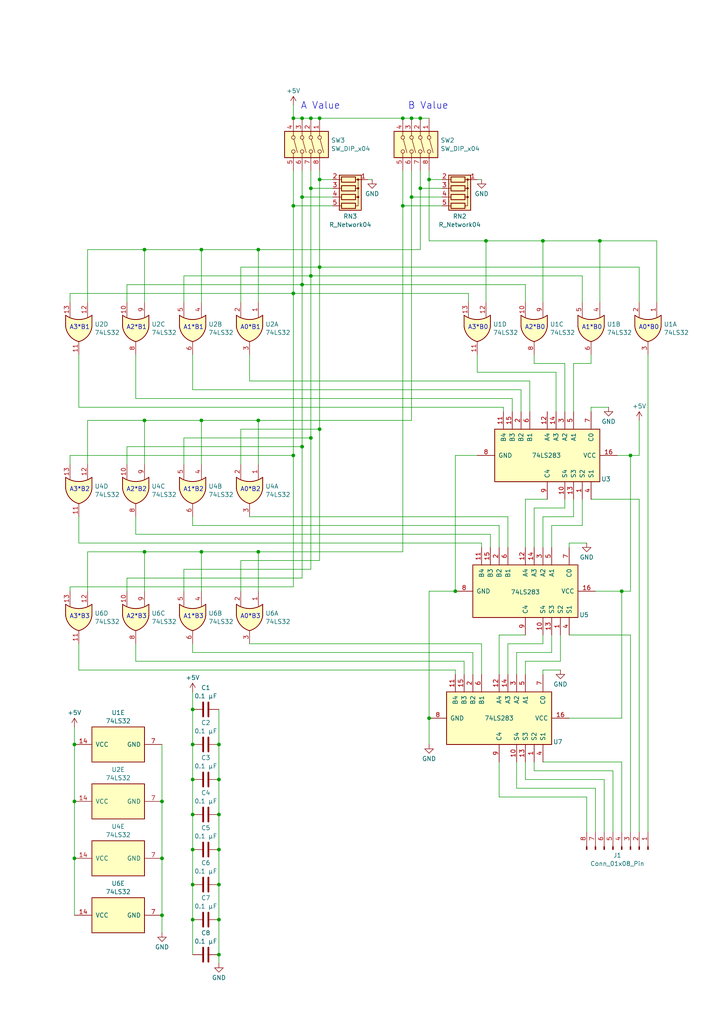
<source format=kicad_sch>
(kicad_sch (version 20250114) (generator "eeschema") (generator_version "9.0")
  (paper "A4" portrait)
  (title_block (title "4-Bit Multiplier Demo"))
  (lib_symbols
    (symbol "74xx:74LS283" (pin_names (offset 1.016))
      (property "Reference" "U" (at -7.62 16.51 0))
      (property "Value" "74LS283" (at -7.62 -16.51 0))
      (symbol "74LS283_1_0"
        (pin input line (at -12.7 12.7 0) (length 5.08) (name "C0") (number "7"))
        (pin input line (at -12.7 7.62 0) (length 5.08) (name "A1") (number "5"))
        (pin input line (at -12.7 5.08 0) (length 5.08) (name "A2") (number "3"))
        (pin input line (at -12.7 2.54 0) (length 5.08) (name "A3") (number "14"))
        (pin input line (at -12.7 0 0) (length 5.08) (name "A4") (number "12"))
        (pin input line (at -12.7 -5.08 0) (length 5.08) (name "B1") (number "6"))
        (pin input line (at -12.7 -7.62 0) (length 5.08) (name "B2") (number "2"))
        (pin input line (at -12.7 -10.16 0) (length 5.08) (name "B3") (number "15"))
        (pin input line (at -12.7 -12.7 0) (length 5.08) (name "B4") (number "11"))
        (pin power_in line (at 0 20.32 270) (length 5.08) (name "VCC") (number "16"))
        (pin power_in line (at 0 -20.32 90) (length 5.08) (name "GND") (number "8"))
        (pin output line (at 12.7 12.7 180) (length 5.08) (name "S1") (number "4"))
        (pin output line (at 12.7 10.16 180) (length 5.08) (name "S2") (number "1"))
        (pin output line (at 12.7 7.62 180) (length 5.08) (name "S3") (number "13"))
        (pin output line (at 12.7 5.08 180) (length 5.08) (name "S4") (number "10"))
        (pin output line (at 12.7 0 180) (length 5.08) (name "C4") (number "9"))
      )
      (symbol "74LS283_1_1"
        (rectangle (start -7.62 15.24) (end 7.62 -15.24) (stroke (width 0.254)) (fill (type background)))
      )
    )
    (symbol "74xx:74LS32" (pin_names (offset 1.016))
      (property "Reference" "U" (at 0 1.27 0))
      (property "Value" "74LS32" (at 0 -1.27 0))
      (symbol "74LS32_1_1"
        (arc (start -3.81 3.81) (mid -2.589 0) (end -3.81 -3.81) (stroke (width 0.254)))
        (polyline (pts (xy -3.81 3.81) (xy -0.635 3.81)) (stroke (width 0.254)) (fill (type background)))
        (polyline (pts (xy -3.81 -3.81) (xy -0.635 -3.81)) (stroke (width 0.254)) (fill (type background)))
        (arc (start 3.81 0) (mid 2.1855 -2.584) (end -0.6096 -3.81) (stroke (width 0.254)) (fill (type background)))
        (arc (start -0.6096 3.81) (mid 2.1928 2.5924) (end 3.81 0) (stroke (width 0.254)) (fill (type background)))
        (polyline (pts (xy -0.635 3.81) (xy -3.81 3.81) (xy -3.81 3.81) (xy -3.556 3.4036) (xy -3.0226 2.2606) (xy -2.6924 1.0414) (xy -2.6162 -0.254) (xy -2.7686 -1.4986) (xy -3.175 -2.7178) (xy -3.81 -3.81) (xy -3.81 -3.81) (xy -0.635 -3.81)) (stroke (width -25.4)) (fill (type background)))
        (pin input line (at -7.62 2.54 0) (length 4.318) (name "~") (number "1"))
        (pin input line (at -7.62 -2.54 0) (length 4.318) (name "~") (number "2"))
        (pin output line (at 7.62 0 180) (length 3.81) (name "~") (number "3"))
      )
      (symbol "74LS32_1_2"
        (arc (start 0 3.81) (mid 3.7934 0) (end 0 -3.81) (stroke (width 0.254)) (fill (type background)))
        (polyline (pts (xy 0 3.81) (xy -3.81 3.81) (xy -3.81 -3.81) (xy 0 -3.81)) (stroke (width 0.254)) (fill (type background)))
        (pin input inverted (at -7.62 2.54 0) (length 3.81) (name "~") (number "1"))
        (pin input inverted (at -7.62 -2.54 0) (length 3.81) (name "~") (number "2"))
        (pin output inverted (at 7.62 0 180) (length 3.81) (name "~") (number "3"))
      )
      (symbol "74LS32_2_1"
        (arc (start -3.81 3.81) (mid -2.589 0) (end -3.81 -3.81) (stroke (width 0.254)))
        (polyline (pts (xy -3.81 3.81) (xy -0.635 3.81)) (stroke (width 0.254)) (fill (type background)))
        (polyline (pts (xy -3.81 -3.81) (xy -0.635 -3.81)) (stroke (width 0.254)) (fill (type background)))
        (arc (start 3.81 0) (mid 2.1855 -2.584) (end -0.6096 -3.81) (stroke (width 0.254)) (fill (type background)))
        (arc (start -0.6096 3.81) (mid 2.1928 2.5924) (end 3.81 0) (stroke (width 0.254)) (fill (type background)))
        (polyline (pts (xy -0.635 3.81) (xy -3.81 3.81) (xy -3.81 3.81) (xy -3.556 3.4036) (xy -3.0226 2.2606) (xy -2.6924 1.0414) (xy -2.6162 -0.254) (xy -2.7686 -1.4986) (xy -3.175 -2.7178) (xy -3.81 -3.81) (xy -3.81 -3.81) (xy -0.635 -3.81)) (stroke (width -25.4)) (fill (type background)))
        (pin input line (at -7.62 2.54 0) (length 4.318) (name "~") (number "4"))
        (pin input line (at -7.62 -2.54 0) (length 4.318) (name "~") (number "5"))
        (pin output line (at 7.62 0 180) (length 3.81) (name "~") (number "6"))
      )
      (symbol "74LS32_2_2"
        (arc (start 0 3.81) (mid 3.7934 0) (end 0 -3.81) (stroke (width 0.254)) (fill (type background)))
        (polyline (pts (xy 0 3.81) (xy -3.81 3.81) (xy -3.81 -3.81) (xy 0 -3.81)) (stroke (width 0.254)) (fill (type background)))
        (pin input inverted (at -7.62 2.54 0) (length 3.81) (name "~") (number "4"))
        (pin input inverted (at -7.62 -2.54 0) (length 3.81) (name "~") (number "5"))
        (pin output inverted (at 7.62 0 180) (length 3.81) (name "~") (number "6"))
      )
      (symbol "74LS32_3_1"
        (arc (start -3.81 3.81) (mid -2.589 0) (end -3.81 -3.81) (stroke (width 0.254)))
        (polyline (pts (xy -3.81 3.81) (xy -0.635 3.81)) (stroke (width 0.254)) (fill (type background)))
        (polyline (pts (xy -3.81 -3.81) (xy -0.635 -3.81)) (stroke (width 0.254)) (fill (type background)))
        (arc (start 3.81 0) (mid 2.1855 -2.584) (end -0.6096 -3.81) (stroke (width 0.254)) (fill (type background)))
        (arc (start -0.6096 3.81) (mid 2.1928 2.5924) (end 3.81 0) (stroke (width 0.254)) (fill (type background)))
        (polyline (pts (xy -0.635 3.81) (xy -3.81 3.81) (xy -3.81 3.81) (xy -3.556 3.4036) (xy -3.0226 2.2606) (xy -2.6924 1.0414) (xy -2.6162 -0.254) (xy -2.7686 -1.4986) (xy -3.175 -2.7178) (xy -3.81 -3.81) (xy -3.81 -3.81) (xy -0.635 -3.81)) (stroke (width -25.4)) (fill (type background)))
        (pin input line (at -7.62 2.54 0) (length 4.318) (name "~") (number "9"))
        (pin input line (at -7.62 -2.54 0) (length 4.318) (name "~") (number "10"))
        (pin output line (at 7.62 0 180) (length 3.81) (name "~") (number "8"))
      )
      (symbol "74LS32_3_2"
        (arc (start 0 3.81) (mid 3.7934 0) (end 0 -3.81) (stroke (width 0.254)) (fill (type background)))
        (polyline (pts (xy 0 3.81) (xy -3.81 3.81) (xy -3.81 -3.81) (xy 0 -3.81)) (stroke (width 0.254)) (fill (type background)))
        (pin input inverted (at -7.62 2.54 0) (length 3.81) (name "~") (number "9"))
        (pin input inverted (at -7.62 -2.54 0) (length 3.81) (name "~") (number "10"))
        (pin output inverted (at 7.62 0 180) (length 3.81) (name "~") (number "8"))
      )
      (symbol "74LS32_4_1"
        (arc (start -3.81 3.81) (mid -2.589 0) (end -3.81 -3.81) (stroke (width 0.254)))
        (polyline (pts (xy -3.81 3.81) (xy -0.635 3.81)) (stroke (width 0.254)) (fill (type background)))
        (polyline (pts (xy -3.81 -3.81) (xy -0.635 -3.81)) (stroke (width 0.254)) (fill (type background)))
        (arc (start 3.81 0) (mid 2.1855 -2.584) (end -0.6096 -3.81) (stroke (width 0.254)) (fill (type background)))
        (arc (start -0.6096 3.81) (mid 2.1928 2.5924) (end 3.81 0) (stroke (width 0.254)) (fill (type background)))
        (polyline (pts (xy -0.635 3.81) (xy -3.81 3.81) (xy -3.81 3.81) (xy -3.556 3.4036) (xy -3.0226 2.2606) (xy -2.6924 1.0414) (xy -2.6162 -0.254) (xy -2.7686 -1.4986) (xy -3.175 -2.7178) (xy -3.81 -3.81) (xy -3.81 -3.81) (xy -0.635 -3.81)) (stroke (width -25.4)) (fill (type background)))
        (pin input line (at -7.62 2.54 0) (length 4.318) (name "~") (number "12"))
        (pin input line (at -7.62 -2.54 0) (length 4.318) (name "~") (number "13"))
        (pin output line (at 7.62 0 180) (length 3.81) (name "~") (number "11"))
      )
      (symbol "74LS32_4_2"
        (arc (start 0 3.81) (mid 3.7934 0) (end 0 -3.81) (stroke (width 0.254)) (fill (type background)))
        (polyline (pts (xy 0 3.81) (xy -3.81 3.81) (xy -3.81 -3.81) (xy 0 -3.81)) (stroke (width 0.254)) (fill (type background)))
        (pin input inverted (at -7.62 2.54 0) (length 3.81) (name "~") (number "12"))
        (pin input inverted (at -7.62 -2.54 0) (length 3.81) (name "~") (number "13"))
        (pin output inverted (at 7.62 0 180) (length 3.81) (name "~") (number "11"))
      )
      (symbol "74LS32_5_0"
        (pin power_in line (at 0 12.7 270) (length 5.08) (name "VCC") (number "14"))
        (pin power_in line (at 0 -12.7 90) (length 5.08) (name "GND") (number "7"))
      )
      (symbol "74LS32_5_1"
        (rectangle (start -5.08 7.62) (end 5.08 -7.62) (stroke (width 0.254)) (fill (type background)))
      )
    )
    (symbol "Connector:Conn_01x08_Pin" (pin_names (offset 1.016) (hide yes))
      (property "Reference" "J" (at 0 10.16 0))
      (property "Value" "Conn_01x08_Pin" (at 0 -12.7 0))
      (symbol "Conn_01x08_Pin_1_1"
        (rectangle (start 0.8636 7.747) (end 0 7.493) (stroke (width 0.1524)) (fill (type outline)))
        (rectangle (start 0.8636 5.207) (end 0 4.953) (stroke (width 0.1524)) (fill (type outline)))
        (rectangle (start 0.8636 2.667) (end 0 2.413) (stroke (width 0.1524)) (fill (type outline)))
        (rectangle (start 0.8636 0.127) (end 0 -0.127) (stroke (width 0.1524)) (fill (type outline)))
        (rectangle (start 0.8636 -2.413) (end 0 -2.667) (stroke (width 0.1524)) (fill (type outline)))
        (rectangle (start 0.8636 -4.953) (end 0 -5.207) (stroke (width 0.1524)) (fill (type outline)))
        (rectangle (start 0.8636 -7.493) (end 0 -7.747) (stroke (width 0.1524)) (fill (type outline)))
        (rectangle (start 0.8636 -10.033) (end 0 -10.287) (stroke (width 0.1524)) (fill (type outline)))
        (polyline (pts (xy 1.27 7.62) (xy 0.8636 7.62)) (stroke (width 0.1524)))
        (polyline (pts (xy 1.27 5.08) (xy 0.8636 5.08)) (stroke (width 0.1524)))
        (polyline (pts (xy 1.27 2.54) (xy 0.8636 2.54)) (stroke (width 0.1524)))
        (polyline (pts (xy 1.27 0) (xy 0.8636 0)) (stroke (width 0.1524)))
        (polyline (pts (xy 1.27 -2.54) (xy 0.8636 -2.54)) (stroke (width 0.1524)))
        (polyline (pts (xy 1.27 -5.08) (xy 0.8636 -5.08)) (stroke (width 0.1524)))
        (polyline (pts (xy 1.27 -7.62) (xy 0.8636 -7.62)) (stroke (width 0.1524)))
        (polyline (pts (xy 1.27 -10.16) (xy 0.8636 -10.16)) (stroke (width 0.1524)))
        (pin passive line (at 5.08 7.62 180) (length 3.81) (name "Pin_1") (number "1"))
        (pin passive line (at 5.08 5.08 180) (length 3.81) (name "Pin_2") (number "2"))
        (pin passive line (at 5.08 2.54 180) (length 3.81) (name "Pin_3") (number "3"))
        (pin passive line (at 5.08 0 180) (length 3.81) (name "Pin_4") (number "4"))
        (pin passive line (at 5.08 -2.54 180) (length 3.81) (name "Pin_5") (number "5"))
        (pin passive line (at 5.08 -5.08 180) (length 3.81) (name "Pin_6") (number "6"))
        (pin passive line (at 5.08 -7.62 180) (length 3.81) (name "Pin_7") (number "7"))
        (pin passive line (at 5.08 -10.16 180) (length 3.81) (name "Pin_8") (number "8"))
      )
    )
    (symbol "Device:C" (pin_numbers (hide yes)) (pin_names (offset 0.254))
      (property "Reference" "C" (at 0.635 2.54 0))
      (property "Value" "C" (at 0.635 -2.54 0))
      (symbol "C_0_1"
        (polyline (pts (xy -2.032 0.762) (xy 2.032 0.762)) (stroke (width 0.508)))
        (polyline (pts (xy -2.032 -0.762) (xy 2.032 -0.762)) (stroke (width 0.508)))
      )
      (symbol "C_1_1"
        (pin passive line (at 0 3.81 270) (length 2.794) (name "~") (number "1"))
        (pin passive line (at 0 -3.81 90) (length 2.794) (name "~") (number "2"))
      )
    )
    (symbol "Device:R_Network04" (pin_names (offset 0) (hide yes))
      (property "Reference" "RN" (at -7.62 0 90))
      (property "Value" "R_Network04" (at 5.08 0 90))
      (symbol "R_Network04_0_1"
        (rectangle (start -6.35 -3.175) (end 3.81 3.175) (stroke (width 0.254)) (fill (type background)))
        (rectangle (start -5.842 1.524) (end -4.318 -2.54) (stroke (width 0.254)))
        (circle (center -5.08 2.286) (radius 0.254) (fill (type outline)))
        (polyline (pts (xy -5.08 1.524) (xy -5.08 2.286) (xy -2.54 2.286) (xy -2.54 1.524)))
        (polyline (pts (xy -5.08 -2.54) (xy -5.08 -3.81)))
        (rectangle (start -3.302 1.524) (end -1.778 -2.54) (stroke (width 0.254)))
        (circle (center -2.54 2.286) (radius 0.254) (fill (type outline)))
        (polyline (pts (xy -2.54 1.524) (xy -2.54 2.286) (xy 0 2.286) (xy 0 1.524)))
        (polyline (pts (xy -2.54 -2.54) (xy -2.54 -3.81)))
        (rectangle (start -0.762 1.524) (end 0.762 -2.54) (stroke (width 0.254)))
        (circle (center 0 2.286) (radius 0.254) (fill (type outline)))
        (polyline (pts (xy 0 1.524) (xy 0 2.286) (xy 2.54 2.286) (xy 2.54 1.524)))
        (polyline (pts (xy 0 -2.54) (xy 0 -3.81)))
        (rectangle (start 1.778 1.524) (end 3.302 -2.54) (stroke (width 0.254)))
        (polyline (pts (xy 2.54 -2.54) (xy 2.54 -3.81)))
      )
      (symbol "R_Network04_1_1"
        (pin passive line (at -5.08 5.08 270) (length 2.54) (name "common") (number "1"))
        (pin passive line (at -5.08 -5.08 90) (length 1.27) (name "R1") (number "2"))
        (pin passive line (at -2.54 -5.08 90) (length 1.27) (name "R2") (number "3"))
        (pin passive line (at 0 -5.08 90) (length 1.27) (name "R3") (number "4"))
        (pin passive line (at 2.54 -5.08 90) (length 1.27) (name "R4") (number "5"))
      )
    )
    (symbol "Switch:SW_DIP_x04" (pin_names (offset 0) (hide yes))
      (property "Reference" "SW" (at 0 8.89 0))
      (property "Value" "SW_DIP_x04" (at 0 -6.35 0))
      (symbol "SW_DIP_x04_0_0"
        (circle (center -2.032 5.08) (radius 0.508))
        (circle (center -2.032 2.54) (radius 0.508))
        (circle (center -2.032 0) (radius 0.508))
        (circle (center -2.032 -2.54) (radius 0.508))
        (polyline (pts (xy -1.524 5.207) (xy 2.3622 6.2484)))
        (polyline (pts (xy -1.524 2.667) (xy 2.3622 3.7084)))
        (polyline (pts (xy -1.524 0.127) (xy 2.3622 1.1684)))
        (polyline (pts (xy -1.524 -2.3876) (xy 2.3622 -1.3462)))
        (circle (center 2.032 5.08) (radius 0.508))
        (circle (center 2.032 2.54) (radius 0.508))
        (circle (center 2.032 0) (radius 0.508))
        (circle (center 2.032 -2.54) (radius 0.508))
      )
      (symbol "SW_DIP_x04_0_1"
        (rectangle (start -3.81 7.62) (end 3.81 -5.08) (stroke (width 0.254)) (fill (type background)))
      )
      (symbol "SW_DIP_x04_1_1"
        (pin passive line (at -7.62 5.08 0) (length 5.08) (name "~") (number "1"))
        (pin passive line (at -7.62 2.54 0) (length 5.08) (name "~") (number "2"))
        (pin passive line (at -7.62 0 0) (length 5.08) (name "~") (number "3"))
        (pin passive line (at -7.62 -2.54 0) (length 5.08) (name "~") (number "4"))
        (pin passive line (at 7.62 5.08 180) (length 5.08) (name "~") (number "8"))
        (pin passive line (at 7.62 2.54 180) (length 5.08) (name "~") (number "7"))
        (pin passive line (at 7.62 0 180) (length 5.08) (name "~") (number "6"))
        (pin passive line (at 7.62 -2.54 180) (length 5.08) (name "~") (number "5"))
      )
    )
    (symbol "power:+5V" (power) (pin_numbers (hide yes)) (pin_names (offset 0) (hide yes))
      (property "Value" "+5V" (at 0 3.556 0))
      (symbol "+5V_0_1"
        (polyline (pts (xy -0.762 1.27) (xy 0 2.54)))
        (polyline (pts (xy 0 2.54) (xy 0.762 1.27)))
        (polyline (pts (xy 0 0) (xy 0 2.54)))
      )
      (symbol "+5V_1_1"
        (pin power_in line (at 0 0 90) (length 0) (name "~") (number "1"))
      )
    )
    (symbol "power:GND" (power) (pin_numbers (hide yes)) (pin_names (offset 0) (hide yes))
      (property "Value" "GND" (at 0 -3.81 0))
      (symbol "GND_0_1"
        (polyline (pts (xy 0 0) (xy 0 -1.27) (xy 1.27 -1.27) (xy 0 -2.54) (xy -1.27 -1.27) (xy 0 -1.27)))
      )
      (symbol "GND_1_1"
        (pin power_in line (at 0 0 270) (length 0) (name "~") (number "1"))
      )
    )
  )
  (text "A3*B3" (at 23.114 178.816 0) (effects (font (size 1.27 1.27))))
  (text "A1*B2" (at 56.134 141.986 0) (effects (font (size 1.27 1.27))))
  (text "A1*B0" (at 171.704 94.996 0) (effects (font (size 1.27 1.27))))
  (text "A0*B0" (at 188.214 94.996 0) (effects (font (size 1.27 1.27))))
  (text "A2*B2" (at 39.624 141.986 0) (effects (font (size 1.27 1.27))))
  (text "A2*B1" (at 39.624 94.996 0) (effects (font (size 1.27 1.27))))
  (text "A Value" (at 92.964 30.734 0) (effects (font (size 2 2))))
  (text "A1*B1" (at 56.134 94.996 0) (effects (font (size 1.27 1.27))))
  (text "A1*B3" (at 56.134 178.816 0) (effects (font (size 1.27 1.27))))
  (text "A2*B0" (at 155.194 94.996 0) (effects (font (size 1.27 1.27))))
  (text "A3*B2" (at 23.114 141.986 0) (effects (font (size 1.27 1.27))))
  (text "B Value" (at 124.206 30.734 0) (effects (font (size 2 2))))
  (text "A2*B3" (at 39.624 178.816 0) (effects (font (size 1.27 1.27))))
  (text "A0*B3" (at 72.644 178.816 0) (effects (font (size 1.27 1.27))))
  (text "A3*B1" (at 23.114 94.996 0) (effects (font (size 1.27 1.27))))
  (text "A3*B0" (at 138.684 94.996 0) (effects (font (size 1.27 1.27))))
  (text "A0*B2" (at 72.644 141.986 0) (effects (font (size 1.27 1.27))))
  (text "A0*B1" (at 72.644 94.996 0) (effects (font (size 1.27 1.27))))
  (junction (at 87.63 82.55))
  (junction (at 58.42 72.39))
  (junction (at 85.09 34.29))
  (junction (at 85.09 59.69))
  (junction (at 92.71 34.29))
  (junction (at 41.91 160.02))
  (junction (at 92.71 77.47))
  (junction (at 63.5 256.54))
  (junction (at 55.88 226.06))
  (junction (at 90.17 127))
  (junction (at 21.59 248.92))
  (junction (at 74.93 160.02))
  (junction (at 55.88 205.74))
  (junction (at 132.08 171.45))
  (junction (at 90.17 80.01))
  (junction (at 55.88 256.54))
  (junction (at 121.92 54.61))
  (junction (at 58.42 160.02))
  (junction (at 182.88 132.08))
  (junction (at 58.42 121.92))
  (junction (at 87.63 129.54))
  (junction (at 92.71 124.46))
  (junction (at 21.59 215.9))
  (junction (at 116.84 34.29))
  (junction (at 74.93 72.39))
  (junction (at 119.38 57.15))
  (junction (at 173.99 69.85))
  (junction (at 46.99 232.41))
  (junction (at 124.46 208.28))
  (junction (at 85.09 132.08))
  (junction (at 46.99 248.92))
  (junction (at 55.88 246.38))
  (junction (at 63.5 226.06))
  (junction (at 87.63 57.15))
  (junction (at 87.63 34.29))
  (junction (at 21.59 232.41))
  (junction (at 46.99 265.43))
  (junction (at 63.5 246.38))
  (junction (at 157.48 69.85))
  (junction (at 63.5 276.86))
  (junction (at 63.5 266.7))
  (junction (at 63.5 236.22))
  (junction (at 55.88 266.7))
  (junction (at 90.17 54.61))
  (junction (at 85.09 85.09))
  (junction (at 121.92 34.29))
  (junction (at 90.17 34.29))
  (junction (at 63.5 215.9))
  (junction (at 119.38 34.29))
  (junction (at 55.88 215.9))
  (junction (at 55.88 236.22))
  (junction (at 92.71 52.07))
  (junction (at 41.91 72.39))
  (junction (at 180.34 171.45))
  (junction (at 124.46 52.07))
  (junction (at 41.91 121.92))
  (junction (at 74.93 121.92))
  (junction (at 140.97 69.85))
  (junction (at 116.84 59.69))
  (wire (pts (xy 182.88 132.08) (xy 185.42 132.08)))
  (wire (pts (xy 63.5 266.7) (xy 63.5 276.86)))
  (wire (pts (xy 121.92 54.61) (xy 121.92 72.39)))
  (wire (pts (xy 87.63 49.53) (xy 87.63 57.15)))
  (wire (pts (xy 135.89 85.09) (xy 135.89 87.63)))
  (wire (pts (xy 152.4 191.77) (xy 152.4 195.58)))
  (wire (pts (xy 22.86 194.31) (xy 132.08 194.31)))
  (wire (pts (xy 119.38 57.15) (xy 128.27 57.15)))
  (wire (pts (xy 171.45 144.78) (xy 185.42 144.78)))
  (wire (pts (xy 55.88 200.66) (xy 55.88 205.74)))
  (wire (pts (xy 39.37 191.77) (xy 134.62 191.77)))
  (wire (pts (xy 74.93 160.02) (xy 74.93 171.45)))
  (wire (pts (xy 154.94 220.98) (xy 154.94 223.52)))
  (wire (pts (xy 69.85 124.46) (xy 69.85 134.62)))
  (wire (pts (xy 36.83 167.64) (xy 36.83 171.45)))
  (wire (pts (xy 20.32 170.18) (xy 20.32 171.45)))
  (wire (pts (xy 58.42 72.39) (xy 41.91 72.39)))
  (wire (pts (xy 185.42 77.47) (xy 185.42 87.63)))
  (wire (pts (xy 90.17 127) (xy 90.17 165.1)))
  (wire (pts (xy 116.84 59.69) (xy 128.27 59.69)))
  (wire (pts (xy 116.84 59.69) (xy 116.84 160.02)))
  (wire (pts (xy 21.59 215.9) (xy 21.59 232.41)))
  (wire (pts (xy 124.46 208.28) (xy 124.46 215.9)))
  (wire (pts (xy 39.37 186.69) (xy 39.37 191.77)))
  (wire (pts (xy 39.37 115.57) (xy 39.37 102.87)))
  (wire (pts (xy 153.67 119.38) (xy 153.67 110.49)))
  (wire (pts (xy 151.13 119.38) (xy 151.13 113.03)))
  (wire (pts (xy 157.48 220.98) (xy 180.34 220.98)))
  (wire (pts (xy 119.38 34.29) (xy 121.92 34.29)))
  (wire (pts (xy 124.46 171.45) (xy 124.46 208.28)))
  (wire (pts (xy 106.68 52.07) (xy 107.95 52.07)))
  (wire (pts (xy 41.91 72.39) (xy 25.4 72.39)))
  (wire (pts (xy 163.83 147.32) (xy 154.94 147.32)))
  (wire (pts (xy 87.63 82.55) (xy 87.63 129.54)))
  (wire (pts (xy 55.88 189.23) (xy 137.16 189.23)))
  (wire (pts (xy 152.4 144.78) (xy 152.4 158.75)))
  (wire (pts (xy 116.84 160.02) (xy 74.93 160.02)))
  (wire (pts (xy 187.96 102.87) (xy 187.96 241.3)))
  (wire (pts (xy 132.08 132.08) (xy 132.08 171.45)))
  (wire (pts (xy 132.08 171.45) (xy 124.46 171.45)))
  (wire (pts (xy 134.62 191.77) (xy 134.62 195.58)))
  (wire (pts (xy 147.32 186.69) (xy 147.32 195.58)))
  (wire (pts (xy 144.78 184.15) (xy 144.78 195.58)))
  (wire (pts (xy 121.92 54.61) (xy 128.27 54.61)))
  (wire (pts (xy 87.63 57.15) (xy 87.63 82.55)))
  (wire (pts (xy 63.5 215.9) (xy 63.5 226.06)))
  (wire (pts (xy 157.48 69.85) (xy 157.48 87.63)))
  (wire (pts (xy 182.88 184.15) (xy 182.88 241.3)))
  (wire (pts (xy 166.37 119.38) (xy 166.37 105.41)))
  (wire (pts (xy 163.83 105.41) (xy 154.94 105.41)))
  (wire (pts (xy 144.78 220.98) (xy 144.78 231.14)))
  (wire (pts (xy 154.94 147.32) (xy 154.94 158.75)))
  (wire (pts (xy 58.42 134.62) (xy 58.42 121.92)))
  (wire (pts (xy 58.42 72.39) (xy 58.42 87.63)))
  (wire (pts (xy 157.48 69.85) (xy 173.99 69.85)))
  (wire (pts (xy 22.86 118.11) (xy 22.86 102.87)))
  (wire (pts (xy 162.56 191.77) (xy 152.4 191.77)))
  (wire (pts (xy 72.39 149.86) (xy 147.32 149.86)))
  (wire (pts (xy 179.07 132.08) (xy 182.88 132.08)))
  (wire (pts (xy 149.86 228.6) (xy 172.72 228.6)))
  (wire (pts (xy 170.18 157.48) (xy 165.1 157.48)))
  (wire (pts (xy 85.09 170.18) (xy 20.32 170.18)))
  (wire (pts (xy 140.97 69.85) (xy 157.48 69.85)))
  (wire (pts (xy 85.09 49.53) (xy 85.09 59.69)))
  (wire (pts (xy 85.09 132.08) (xy 85.09 170.18)))
  (wire (pts (xy 53.34 80.01) (xy 53.34 87.63)))
  (wire (pts (xy 163.83 144.78) (xy 163.83 147.32)))
  (wire (pts (xy 149.86 220.98) (xy 149.86 228.6)))
  (wire (pts (xy 119.38 57.15) (xy 119.38 121.92)))
  (wire (pts (xy 74.93 121.92) (xy 74.93 134.62)))
  (wire (pts (xy 165.1 184.15) (xy 182.88 184.15)))
  (wire (pts (xy 87.63 34.29) (xy 90.17 34.29)))
  (wire (pts (xy 157.48 186.69) (xy 147.32 186.69)))
  (wire (pts (xy 160.02 152.4) (xy 160.02 158.75)))
  (wire (pts (xy 25.4 72.39) (xy 25.4 87.63)))
  (wire (pts (xy 161.29 119.38) (xy 161.29 107.95)))
  (wire (pts (xy 63.5 246.38) (xy 63.5 256.54)))
  (wire (pts (xy 144.78 231.14) (xy 170.18 231.14)))
  (wire (pts (xy 85.09 59.69) (xy 96.52 59.69)))
  (wire (pts (xy 22.86 157.48) (xy 139.7 157.48)))
  (wire (pts (xy 74.93 160.02) (xy 58.42 160.02)))
  (wire (pts (xy 92.71 77.47) (xy 69.85 77.47)))
  (wire (pts (xy 36.83 82.55) (xy 36.83 87.63)))
  (wire (pts (xy 154.94 105.41) (xy 154.94 102.87)))
  (wire (pts (xy 55.88 226.06) (xy 55.88 236.22)))
  (wire (pts (xy 92.71 34.29) (xy 116.84 34.29)))
  (wire (pts (xy 119.38 49.53) (xy 119.38 57.15)))
  (wire (pts (xy 146.05 118.11) (xy 22.86 118.11)))
  (wire (pts (xy 165.1 157.48) (xy 165.1 158.75)))
  (wire (pts (xy 55.88 205.74) (xy 55.88 215.9)))
  (wire (pts (xy 138.43 132.08) (xy 132.08 132.08)))
  (wire (pts (xy 55.88 266.7) (xy 55.88 276.86)))
  (wire (pts (xy 90.17 54.61) (xy 90.17 80.01)))
  (wire (pts (xy 177.8 223.52) (xy 177.8 241.3)))
  (wire (pts (xy 92.71 52.07) (xy 96.52 52.07)))
  (wire (pts (xy 63.5 205.74) (xy 63.5 215.9)))
  (wire (pts (xy 85.09 85.09) (xy 85.09 132.08)))
  (wire (pts (xy 151.13 113.03) (xy 55.88 113.03)))
  (wire (pts (xy 185.42 144.78) (xy 185.42 241.3)))
  (wire (pts (xy 163.83 119.38) (xy 163.83 105.41)))
  (wire (pts (xy 160.02 184.15) (xy 160.02 189.23)))
  (wire (pts (xy 69.85 162.56) (xy 69.85 171.45)))
  (wire (pts (xy 55.88 152.4) (xy 144.78 152.4)))
  (wire (pts (xy 90.17 54.61) (xy 96.52 54.61)))
  (wire (pts (xy 121.92 72.39) (xy 74.93 72.39)))
  (wire (pts (xy 92.71 124.46) (xy 92.71 162.56)))
  (wire (pts (xy 58.42 121.92) (xy 74.93 121.92)))
  (wire (pts (xy 157.48 184.15) (xy 157.48 186.69)))
  (wire (pts (xy 171.45 118.11) (xy 171.45 119.38)))
  (wire (pts (xy 55.88 256.54) (xy 55.88 266.7)))
  (wire (pts (xy 142.24 154.94) (xy 142.24 158.75)))
  (wire (pts (xy 21.59 210.82) (xy 21.59 215.9)))
  (wire (pts (xy 162.56 184.15) (xy 162.56 191.77)))
  (wire (pts (xy 116.84 34.29) (xy 119.38 34.29)))
  (wire (pts (xy 39.37 149.86) (xy 39.37 154.94)))
  (wire (pts (xy 116.84 49.53) (xy 116.84 59.69)))
  (wire (pts (xy 41.91 160.02) (xy 25.4 160.02)))
  (wire (pts (xy 124.46 52.07) (xy 124.46 69.85)))
  (wire (pts (xy 166.37 105.41) (xy 171.45 105.41)))
  (wire (pts (xy 55.88 113.03) (xy 55.88 102.87)))
  (wire (pts (xy 182.88 171.45) (xy 182.88 132.08)))
  (wire (pts (xy 21.59 232.41) (xy 21.59 248.92)))
  (wire (pts (xy 190.5 69.85) (xy 190.5 87.63)))
  (wire (pts (xy 158.75 144.78) (xy 152.4 144.78)))
  (wire (pts (xy 92.71 52.07) (xy 92.71 77.47)))
  (wire (pts (xy 63.5 226.06) (xy 63.5 236.22)))
  (wire (pts (xy 21.59 248.92) (xy 21.59 265.43)))
  (wire (pts (xy 124.46 69.85) (xy 140.97 69.85)))
  (wire (pts (xy 152.4 82.55) (xy 152.4 87.63)))
  (wire (pts (xy 92.71 77.47) (xy 185.42 77.47)))
  (wire (pts (xy 180.34 220.98) (xy 180.34 241.3)))
  (wire (pts (xy 175.26 226.06) (xy 175.26 241.3)))
  (wire (pts (xy 139.7 157.48) (xy 139.7 158.75)))
  (wire (pts (xy 148.59 119.38) (xy 148.59 115.57)))
  (wire (pts (xy 74.93 72.39) (xy 74.93 87.63)))
  (wire (pts (xy 124.46 52.07) (xy 128.27 52.07)))
  (wire (pts (xy 168.91 80.01) (xy 168.91 87.63)))
  (wire (pts (xy 149.86 189.23) (xy 149.86 195.58)))
  (wire (pts (xy 180.34 171.45) (xy 180.34 208.28)))
  (wire (pts (xy 63.5 276.86) (xy 63.5 279.4)))
  (wire (pts (xy 160.02 189.23) (xy 149.86 189.23)))
  (wire (pts (xy 20.32 132.08) (xy 20.32 134.62)))
  (wire (pts (xy 87.63 129.54) (xy 36.83 129.54)))
  (wire (pts (xy 25.4 121.92) (xy 41.91 121.92)))
  (wire (pts (xy 25.4 160.02) (xy 25.4 171.45)))
  (wire (pts (xy 63.5 236.22) (xy 63.5 246.38)))
  (wire (pts (xy 166.37 144.78) (xy 166.37 149.86)))
  (wire (pts (xy 119.38 121.92) (xy 74.93 121.92)))
  (wire (pts (xy 53.34 127) (xy 53.34 134.62)))
  (wire (pts (xy 39.37 154.94) (xy 142.24 154.94)))
  (wire (pts (xy 53.34 165.1) (xy 53.34 171.45)))
  (wire (pts (xy 22.86 186.69) (xy 22.86 194.31)))
  (wire (pts (xy 147.32 149.86) (xy 147.32 158.75)))
  (wire (pts (xy 46.99 248.92) (xy 46.99 265.43)))
  (wire (pts (xy 172.72 228.6) (xy 172.72 241.3)))
  (wire (pts (xy 153.67 110.49) (xy 72.39 110.49)))
  (wire (pts (xy 162.56 194.31) (xy 157.48 194.31)))
  (wire (pts (xy 85.09 59.69) (xy 85.09 85.09)))
  (wire (pts (xy 170.18 231.14) (xy 170.18 241.3)))
  (wire (pts (xy 55.88 215.9) (xy 55.88 226.06)))
  (wire (pts (xy 46.99 265.43) (xy 46.99 270.51)))
  (wire (pts (xy 92.71 49.53) (xy 92.71 52.07)))
  (wire (pts (xy 55.88 246.38) (xy 55.88 256.54)))
  (wire (pts (xy 36.83 129.54) (xy 36.83 134.62)))
  (wire (pts (xy 138.43 107.95) (xy 138.43 102.87)))
  (wire (pts (xy 90.17 80.01) (xy 53.34 80.01)))
  (wire (pts (xy 90.17 49.53) (xy 90.17 54.61)))
  (wire (pts (xy 87.63 129.54) (xy 87.63 167.64)))
  (wire (pts (xy 185.42 132.08) (xy 185.42 121.92)))
  (wire (pts (xy 148.59 115.57) (xy 39.37 115.57)))
  (wire (pts (xy 165.1 208.28) (xy 180.34 208.28)))
  (wire (pts (xy 41.91 72.39) (xy 41.91 87.63)))
  (wire (pts (xy 69.85 77.47) (xy 69.85 87.63)))
  (wire (pts (xy 41.91 160.02) (xy 41.91 171.45)))
  (wire (pts (xy 87.63 82.55) (xy 36.83 82.55)))
  (wire (pts (xy 25.4 134.62) (xy 25.4 121.92)))
  (wire (pts (xy 85.09 30.48) (xy 85.09 34.29)))
  (wire (pts (xy 166.37 149.86) (xy 157.48 149.86)))
  (wire (pts (xy 176.53 118.11) (xy 171.45 118.11)))
  (wire (pts (xy 41.91 134.62) (xy 41.91 121.92)))
  (wire (pts (xy 85.09 85.09) (xy 20.32 85.09)))
  (wire (pts (xy 90.17 80.01) (xy 168.91 80.01)))
  (wire (pts (xy 152.4 184.15) (xy 144.78 184.15)))
  (wire (pts (xy 55.88 186.69) (xy 55.88 189.23)))
  (wire (pts (xy 152.4 220.98) (xy 152.4 226.06)))
  (wire (pts (xy 87.63 57.15) (xy 96.52 57.15)))
  (wire (pts (xy 180.34 171.45) (xy 182.88 171.45)))
  (wire (pts (xy 173.99 69.85) (xy 190.5 69.85)))
  (wire (pts (xy 85.09 34.29) (xy 87.63 34.29)))
  (wire (pts (xy 55.88 149.86) (xy 55.88 152.4)))
  (wire (pts (xy 154.94 223.52) (xy 177.8 223.52)))
  (wire (pts (xy 85.09 85.09) (xy 135.89 85.09)))
  (wire (pts (xy 92.71 77.47) (xy 92.71 124.46)))
  (wire (pts (xy 46.99 232.41) (xy 46.99 248.92)))
  (wire (pts (xy 138.43 52.07) (xy 139.7 52.07)))
  (wire (pts (xy 90.17 34.29) (xy 92.71 34.29)))
  (wire (pts (xy 124.46 49.53) (xy 124.46 52.07)))
  (wire (pts (xy 90.17 127) (xy 53.34 127)))
  (wire (pts (xy 146.05 119.38) (xy 146.05 118.11)))
  (wire (pts (xy 152.4 226.06) (xy 175.26 226.06)))
  (wire (pts (xy 72.39 186.69) (xy 139.7 186.69)))
  (wire (pts (xy 171.45 105.41) (xy 171.45 102.87)))
  (wire (pts (xy 173.99 69.85) (xy 173.99 87.63)))
  (wire (pts (xy 140.97 87.63) (xy 140.97 69.85)))
  (wire (pts (xy 90.17 80.01) (xy 90.17 127)))
  (wire (pts (xy 58.42 160.02) (xy 41.91 160.02)))
  (wire (pts (xy 161.29 107.95) (xy 138.43 107.95)))
  (wire (pts (xy 92.71 124.46) (xy 69.85 124.46)))
  (wire (pts (xy 157.48 149.86) (xy 157.48 158.75)))
  (wire (pts (xy 121.92 49.53) (xy 121.92 54.61)))
  (wire (pts (xy 139.7 186.69) (xy 139.7 195.58)))
  (wire (pts (xy 92.71 162.56) (xy 69.85 162.56)))
  (wire (pts (xy 55.88 236.22) (xy 55.88 246.38)))
  (wire (pts (xy 20.32 85.09) (xy 20.32 87.63)))
  (wire (pts (xy 85.09 132.08) (xy 20.32 132.08)))
  (wire (pts (xy 74.93 72.39) (xy 58.42 72.39)))
  (wire (pts (xy 168.91 152.4) (xy 160.02 152.4)))
  (wire (pts (xy 63.5 256.54) (xy 63.5 266.7)))
  (wire (pts (xy 41.91 121.92) (xy 58.42 121.92)))
  (wire (pts (xy 87.63 167.64) (xy 36.83 167.64)))
  (wire (pts (xy 121.92 34.29) (xy 124.46 34.29)))
  (wire (pts (xy 58.42 160.02) (xy 58.42 171.45)))
  (wire (pts (xy 46.99 215.9) (xy 46.99 232.41)))
  (wire (pts (xy 132.08 194.31) (xy 132.08 195.58)))
  (wire (pts (xy 172.72 171.45) (xy 180.34 171.45)))
  (wire (pts (xy 157.48 194.31) (xy 157.48 195.58)))
  (wire (pts (xy 90.17 165.1) (xy 53.34 165.1)))
  (wire (pts (xy 72.39 110.49) (xy 72.39 102.87)))
  (wire (pts (xy 168.91 144.78) (xy 168.91 152.4)))
  (wire (pts (xy 144.78 152.4) (xy 144.78 158.75)))
  (wire (pts (xy 137.16 189.23) (xy 137.16 195.58)))
  (wire (pts (xy 87.63 82.55) (xy 152.4 82.55)))
  (wire (pts (xy 22.86 149.86) (xy 22.86 157.48)))
  (symbol (lib_id "74xx:74LS32") (at 22.86 179.07 270) (unit 4)
    (property "Reference" "U6" (at 27.432 177.8578 90) (effects (justify left)))
    (property "Value" "74LS32" (at 27.432 180.2821 90) (effects (justify left)))
    (property "Datasheet" "http://www.ti.com/lit/gpn/sn74LS32" (effects (hide yes)))
    (property "Description" "Quad 2-input OR" (effects (hide yes)))
  )
  (symbol (lib_id "Switch:SW_DIP_x04") (at 87.63 41.91 270) (unit 1)
    (property "Reference" "SW3" (at 96.012 40.6978 90) (effects (justify left)))
    (property "Value" "SW_DIP_x04" (at 96.012 43.1221 90) (effects (justify left)))
    (property "Description" "4x DIP Switch, Single Pole Single Throw (SPST) switch, small symbol" (effects (hide yes)))
  )
  (symbol (lib_id "Device:C") (at 59.69 246.38 90) (unit 1)
    (property "Reference" "C5" (at 59.69 240.0765 90))
    (property "Value" "0.1 µF" (at 59.69 242.5008 90))
    (property "Description" "Unpolarized capacitor" (effects (hide yes)))
  )
  (symbol (lib_id "power:GND") (at 176.53 118.11 0) (unit 1)
    (property "Reference" "#PWR010" (effects (hide yes)))
    (property "Value" "GND" (at 176.53 122.2431 0))
    (property "Description" "Power symbol creates a global label with name \"GND\" , ground" (effects (hide yes)))
  )
  (symbol (lib_id "74xx:74LS32") (at 72.39 142.24 270) (unit 1)
    (property "Reference" "U4" (at 76.962 141.0278 90) (effects (justify left)))
    (property "Value" "74LS32" (at 76.962 143.4521 90) (effects (justify left)))
    (property "Datasheet" "http://www.ti.com/lit/gpn/sn74LS32" (effects (hide yes)))
    (property "Description" "Quad 2-input OR" (effects (hide yes)))
  )
  (symbol (lib_id "power:+5V") (at 85.09 30.48 0) (unit 1)
    (property "Reference" "#PWR01" (effects (hide yes)))
    (property "Value" "+5V" (at 85.09 26.3469 0))
    (property "Description" "Power symbol creates a global label with name \"+5V\"" (effects (hide yes)))
  )
  (symbol (lib_id "74xx:74LS283") (at 158.75 132.08 270) (unit 1)
    (property "Reference" "U3" (at 175.768 138.938 90))
    (property "Value" "74LS283" (at 158.496 132.08 90))
    (property "Datasheet" "http://www.ti.com/lit/gpn/sn74LS283" (effects (hide yes)))
    (property "Description" "4-bit full Adder" (effects (hide yes)))
  )
  (symbol (lib_id "74xx:74LS32") (at 138.43 95.25 270) (unit 4)
    (property "Reference" "U1" (at 143.002 94.0378 90) (effects (justify left)))
    (property "Value" "74LS32" (at 143.002 96.4621 90) (effects (justify left)))
    (property "Datasheet" "http://www.ti.com/lit/gpn/sn74LS32" (effects (hide yes)))
    (property "Description" "Quad 2-input OR" (effects (hide yes)))
  )
  (symbol (lib_id "74xx:74LS32") (at 39.37 142.24 270) (unit 3)
    (property "Reference" "U4" (at 43.942 141.0278 90) (effects (justify left)))
    (property "Value" "74LS32" (at 43.942 143.4521 90) (effects (justify left)))
    (property "Datasheet" "http://www.ti.com/lit/gpn/sn74LS32" (effects (hide yes)))
    (property "Description" "Quad 2-input OR" (effects (hide yes)))
  )
  (symbol (lib_id "74xx:74LS32") (at 34.29 265.43 90) (unit 5)
    (property "Reference" "U6" (at 34.29 256.2055 90))
    (property "Value" "74LS32" (at 34.29 258.6298 90))
    (property "Datasheet" "http://www.ti.com/lit/gpn/sn74LS32" (effects (hide yes)))
    (property "Description" "Quad 2-input OR" (effects (hide yes)))
  )
  (symbol (lib_id "74xx:74LS32") (at 34.29 215.9 90) (unit 5)
    (property "Reference" "U1" (at 34.29 206.6755 90))
    (property "Value" "74LS32" (at 34.29 209.0998 90))
    (property "Datasheet" "http://www.ti.com/lit/gpn/sn74LS32" (effects (hide yes)))
    (property "Description" "Quad 2-input OR" (effects (hide yes)))
  )
  (symbol (lib_id "74xx:74LS32") (at 171.45 95.25 270) (unit 2)
    (property "Reference" "U1" (at 176.022 94.0378 90) (effects (justify left)))
    (property "Value" "74LS32" (at 176.022 96.4621 90) (effects (justify left)))
    (property "Datasheet" "http://www.ti.com/lit/gpn/sn74LS32" (effects (hide yes)))
    (property "Description" "Quad 2-input OR" (effects (hide yes)))
  )
  (symbol (lib_id "Device:C") (at 59.69 205.74 90) (unit 1)
    (property "Reference" "C1" (at 59.69 199.4365 90))
    (property "Value" "0.1 µF" (at 59.69 201.8608 90))
    (property "Description" "Unpolarized capacitor" (effects (hide yes)))
  )
  (symbol (lib_id "power:+5V") (at 55.88 200.66 0) (unit 1)
    (property "Reference" "#PWR04" (effects (hide yes)))
    (property "Value" "+5V" (at 55.88 196.5269 0))
    (property "Description" "Power symbol creates a global label with name \"+5V\"" (effects (hide yes)))
  )
  (symbol (lib_id "Device:R_Network04") (at 133.35 57.15 270) (unit 1)
    (property "Reference" "RN2" (at 133.35 62.738 90))
    (property "Value" "R_Network04" (at 133.35 65.1623 90))
    (property "Footprint" "Resistor_THT:R_Array_SIP5" (effects (hide yes)))
    (property "Datasheet" "http://www.vishay.com/docs/31509/csc.pdf" (effects (hide yes)))
    (property "Description" "4 resistor network, star topology, bussed resistors, small symbol" (effects (hide yes)))
  )
  (symbol (lib_id "Device:C") (at 59.69 215.9 90) (unit 1)
    (property "Reference" "C2" (at 59.69 209.5965 90))
    (property "Value" "0.1 µF" (at 59.69 212.0208 90))
    (property "Description" "Unpolarized capacitor" (effects (hide yes)))
  )
  (symbol (lib_id "power:+5V") (at 185.42 121.92 0) (unit 1)
    (property "Reference" "#PWR06" (effects (hide yes)))
    (property "Value" "+5V" (at 185.42 117.7869 0))
    (property "Description" "Power symbol creates a global label with name \"+5V\"" (effects (hide yes)))
  )
  (symbol (lib_id "74xx:74LS32") (at 55.88 179.07 270) (unit 2)
    (property "Reference" "U6" (at 60.452 177.8578 90) (effects (justify left)))
    (property "Value" "74LS32" (at 60.452 180.2821 90) (effects (justify left)))
    (property "Datasheet" "http://www.ti.com/lit/gpn/sn74LS32" (effects (hide yes)))
    (property "Description" "Quad 2-input OR" (effects (hide yes)))
  )
  (symbol (lib_id "Device:C") (at 59.69 276.86 90) (unit 1)
    (property "Reference" "C8" (at 59.69 270.5565 90))
    (property "Value" "0.1 µF" (at 59.69 272.9808 90))
    (property "Description" "Unpolarized capacitor" (effects (hide yes)))
  )
  (symbol (lib_id "74xx:74LS283") (at 144.78 208.28 270) (unit 1)
    (property "Reference" "U7" (at 161.798 215.138 90))
    (property "Value" "74LS283" (at 144.78 208.28 90))
    (property "Datasheet" "http://www.ti.com/lit/gpn/sn74LS283" (effects (hide yes)))
    (property "Description" "4-bit full Adder" (effects (hide yes)))
  )
  (symbol (lib_id "74xx:74LS32") (at 55.88 142.24 270) (unit 2)
    (property "Reference" "U4" (at 60.452 141.0278 90) (effects (justify left)))
    (property "Value" "74LS32" (at 60.452 143.4521 90) (effects (justify left)))
    (property "Datasheet" "http://www.ti.com/lit/gpn/sn74LS32" (effects (hide yes)))
    (property "Description" "Quad 2-input OR" (effects (hide yes)))
  )
  (symbol (lib_id "74xx:74LS32") (at 39.37 179.07 270) (unit 3)
    (property "Reference" "U6" (at 43.942 177.8578 90) (effects (justify left)))
    (property "Value" "74LS32" (at 43.942 180.2821 90) (effects (justify left)))
    (property "Datasheet" "http://www.ti.com/lit/gpn/sn74LS32" (effects (hide yes)))
    (property "Description" "Quad 2-input OR" (effects (hide yes)))
  )
  (symbol (lib_id "74xx:74LS32") (at 72.39 179.07 270) (unit 1)
    (property "Reference" "U6" (at 76.962 177.8578 90) (effects (justify left)))
    (property "Value" "74LS32" (at 76.962 180.2821 90) (effects (justify left)))
    (property "Datasheet" "http://www.ti.com/lit/gpn/sn74LS32" (effects (hide yes)))
    (property "Description" "Quad 2-input OR" (effects (hide yes)))
  )
  (symbol (lib_id "Device:R_Network04") (at 101.6 57.15 270) (unit 1)
    (property "Reference" "RN3" (at 101.6 62.738 90))
    (property "Value" "R_Network04" (at 101.6 65.1623 90))
    (property "Footprint" "Resistor_THT:R_Array_SIP5" (effects (hide yes)))
    (property "Datasheet" "http://www.vishay.com/docs/31509/csc.pdf" (effects (hide yes)))
    (property "Description" "4 resistor network, star topology, bussed resistors, small symbol" (effects (hide yes)))
  )
  (symbol (lib_id "power:GND") (at 139.7 52.07 0) (unit 1)
    (property "Reference" "#PWR012" (effects (hide yes)))
    (property "Value" "GND" (at 139.7 56.2031 0))
    (property "Description" "Power symbol creates a global label with name \"GND\" , ground" (effects (hide yes)))
  )
  (symbol (lib_id "74xx:74LS32") (at 154.94 95.25 270) (unit 3)
    (property "Reference" "U1" (at 159.512 94.0378 90) (effects (justify left)))
    (property "Value" "74LS32" (at 159.512 96.4621 90) (effects (justify left)))
    (property "Datasheet" "http://www.ti.com/lit/gpn/sn74LS32" (effects (hide yes)))
    (property "Description" "Quad 2-input OR" (effects (hide yes)))
  )
  (symbol (lib_id "Device:C") (at 59.69 236.22 90) (unit 1)
    (property "Reference" "C4" (at 59.69 229.9165 90))
    (property "Value" "0.1 µF" (at 59.69 232.3408 90))
    (property "Description" "Unpolarized capacitor" (effects (hide yes)))
  )
  (symbol (lib_id "power:GND") (at 46.99 270.51 0) (unit 1)
    (property "Reference" "#PWR03" (effects (hide yes)))
    (property "Value" "GND" (at 46.99 274.6431 0))
    (property "Description" "Power symbol creates a global label with name \"GND\" , ground" (effects (hide yes)))
  )
  (symbol (lib_id "Device:C") (at 59.69 266.7 90) (unit 1)
    (property "Reference" "C7" (at 59.69 260.3965 90))
    (property "Value" "0.1 µF" (at 59.69 262.8208 90))
    (property "Description" "Unpolarized capacitor" (effects (hide yes)))
  )
  (symbol (lib_id "74xx:74LS32") (at 22.86 142.24 270) (unit 4)
    (property "Reference" "U4" (at 27.432 141.0278 90) (effects (justify left)))
    (property "Value" "74LS32" (at 27.432 143.4521 90) (effects (justify left)))
    (property "Datasheet" "http://www.ti.com/lit/gpn/sn74LS32" (effects (hide yes)))
    (property "Description" "Quad 2-input OR" (effects (hide yes)))
  )
  (symbol (lib_id "power:GND") (at 124.46 215.9 0) (unit 1)
    (property "Reference" "#PWR07" (effects (hide yes)))
    (property "Value" "GND" (at 124.46 220.0331 0))
    (property "Description" "Power symbol creates a global label with name \"GND\" , ground" (effects (hide yes)))
  )
  (symbol (lib_id "Device:C") (at 59.69 226.06 90) (unit 1)
    (property "Reference" "C3" (at 59.69 219.7565 90))
    (property "Value" "0.1 µF" (at 59.69 222.1808 90))
    (property "Description" "Unpolarized capacitor" (effects (hide yes)))
  )
  (symbol (lib_id "74xx:74LS32") (at 187.96 95.25 270) (unit 1)
    (property "Reference" "U1" (at 192.532 94.0378 90) (effects (justify left)))
    (property "Value" "74LS32" (at 192.532 96.4621 90) (effects (justify left)))
    (property "Datasheet" "http://www.ti.com/lit/gpn/sn74LS32" (effects (hide yes)))
    (property "Description" "Quad 2-input OR" (effects (hide yes)))
  )
  (symbol (lib_id "74xx:74LS32") (at 22.86 95.25 270) (unit 4)
    (property "Reference" "U2" (at 27.432 94.0378 90) (effects (justify left)))
    (property "Value" "74LS32" (at 27.432 96.4621 90) (effects (justify left)))
    (property "Datasheet" "http://www.ti.com/lit/gpn/sn74LS32" (effects (hide yes)))
    (property "Description" "Quad 2-input OR" (effects (hide yes)))
  )
  (symbol (lib_id "74xx:74LS32") (at 55.88 95.25 270) (unit 2)
    (property "Reference" "U2" (at 60.452 94.0378 90) (effects (justify left)))
    (property "Value" "74LS32" (at 60.452 96.4621 90) (effects (justify left)))
    (property "Datasheet" "http://www.ti.com/lit/gpn/sn74LS32" (effects (hide yes)))
    (property "Description" "Quad 2-input OR" (effects (hide yes)))
  )
  (symbol (lib_id "Connector:Conn_01x08_Pin") (at 180.34 246.38 270) (mirror x) (unit 1)
    (property "Reference" "J1" (at 179.07 248.0493 90))
    (property "Value" "Conn_01x08_Pin" (at 179.07 250.4736 90))
    (property "Description" "Generic connector, single row, 01x08, script generated" (effects (hide yes)))
  )
  (symbol (lib_id "Device:C") (at 59.69 256.54 90) (unit 1)
    (property "Reference" "C6" (at 59.69 250.2365 90))
    (property "Value" "0.1 µF" (at 59.69 252.6608 90))
    (property "Description" "Unpolarized capacitor" (effects (hide yes)))
  )
  (symbol (lib_id "74xx:74LS32") (at 34.29 232.41 90) (unit 5)
    (property "Reference" "U2" (at 34.29 223.1855 90))
    (property "Value" "74LS32" (at 34.29 225.6098 90))
    (property "Datasheet" "http://www.ti.com/lit/gpn/sn74LS32" (effects (hide yes)))
    (property "Description" "Quad 2-input OR" (effects (hide yes)))
  )
  (symbol (lib_id "Switch:SW_DIP_x04") (at 119.38 41.91 270) (unit 1)
    (property "Reference" "SW2" (at 127.762 40.6978 90) (effects (justify left)))
    (property "Value" "SW_DIP_x04" (at 127.762 43.1221 90) (effects (justify left)))
    (property "Description" "4x DIP Switch, Single Pole Single Throw (SPST) switch, small symbol" (effects (hide yes)))
  )
  (symbol (lib_id "74xx:74LS32") (at 34.29 248.92 90) (unit 5)
    (property "Reference" "U4" (at 34.29 239.6955 90))
    (property "Value" "74LS32" (at 34.29 242.1198 90))
    (property "Datasheet" "http://www.ti.com/lit/gpn/sn74LS32" (effects (hide yes)))
    (property "Description" "Quad 2-input OR" (effects (hide yes)))
  )
  (symbol (lib_id "power:GND") (at 63.5 279.4 0) (unit 1)
    (property "Reference" "#PWR05" (effects (hide yes)))
    (property "Value" "GND" (at 63.5 283.5331 0))
    (property "Description" "Power symbol creates a global label with name \"GND\" , ground" (effects (hide yes)))
  )
  (symbol (lib_id "power:GND") (at 107.95 52.07 0) (unit 1)
    (property "Reference" "#PWR011" (effects (hide yes)))
    (property "Value" "GND" (at 107.95 56.2031 0))
    (property "Description" "Power symbol creates a global label with name \"GND\" , ground" (effects (hide yes)))
  )
  (symbol (lib_id "74xx:74LS283") (at 152.4 171.45 270) (unit 1)
    (property "Reference" "U5" (at 169.418 178.308 90))
    (property "Value" "74LS283" (at 152.4 171.704 90))
    (property "Datasheet" "http://www.ti.com/lit/gpn/sn74LS283" (effects (hide yes)))
    (property "Description" "4-bit full Adder" (effects (hide yes)))
  )
  (symbol (lib_id "power:GND") (at 170.18 157.48 0) (unit 1)
    (property "Reference" "#PWR09" (effects (hide yes)))
    (property "Value" "GND" (at 170.18 161.6131 0))
    (property "Description" "Power symbol creates a global label with name \"GND\" , ground" (effects (hide yes)))
  )
  (symbol (lib_id "74xx:74LS32") (at 72.39 95.25 270) (unit 1)
    (property "Reference" "U2" (at 76.962 94.0378 90) (effects (justify left)))
    (property "Value" "74LS32" (at 76.962 96.4621 90) (effects (justify left)))
    (property "Datasheet" "http://www.ti.com/lit/gpn/sn74LS32" (effects (hide yes)))
    (property "Description" "Quad 2-input OR" (effects (hide yes)))
  )
  (symbol (lib_id "power:GND") (at 162.56 194.31 0) (unit 1)
    (property "Reference" "#PWR08" (effects (hide yes)))
    (property "Value" "GND" (at 162.56 198.4431 0))
    (property "Description" "Power symbol creates a global label with name \"GND\" , ground" (effects (hide yes)))
  )
  (symbol (lib_id "74xx:74LS32") (at 39.37 95.25 270) (unit 3)
    (property "Reference" "U2" (at 43.942 94.0378 90) (effects (justify left)))
    (property "Value" "74LS32" (at 43.942 96.4621 90) (effects (justify left)))
    (property "Datasheet" "http://www.ti.com/lit/gpn/sn74LS32" (effects (hide yes)))
    (property "Description" "Quad 2-input OR" (effects (hide yes)))
  )
  (symbol (lib_id "power:+5V") (at 21.59 210.82 0) (unit 1)
    (property "Reference" "#PWR02" (effects (hide yes)))
    (property "Value" "+5V" (at 21.59 206.6869 0))
    (property "Description" "Power symbol creates a global label with name \"+5V\"" (effects (hide yes)))
  )
)
</source>
